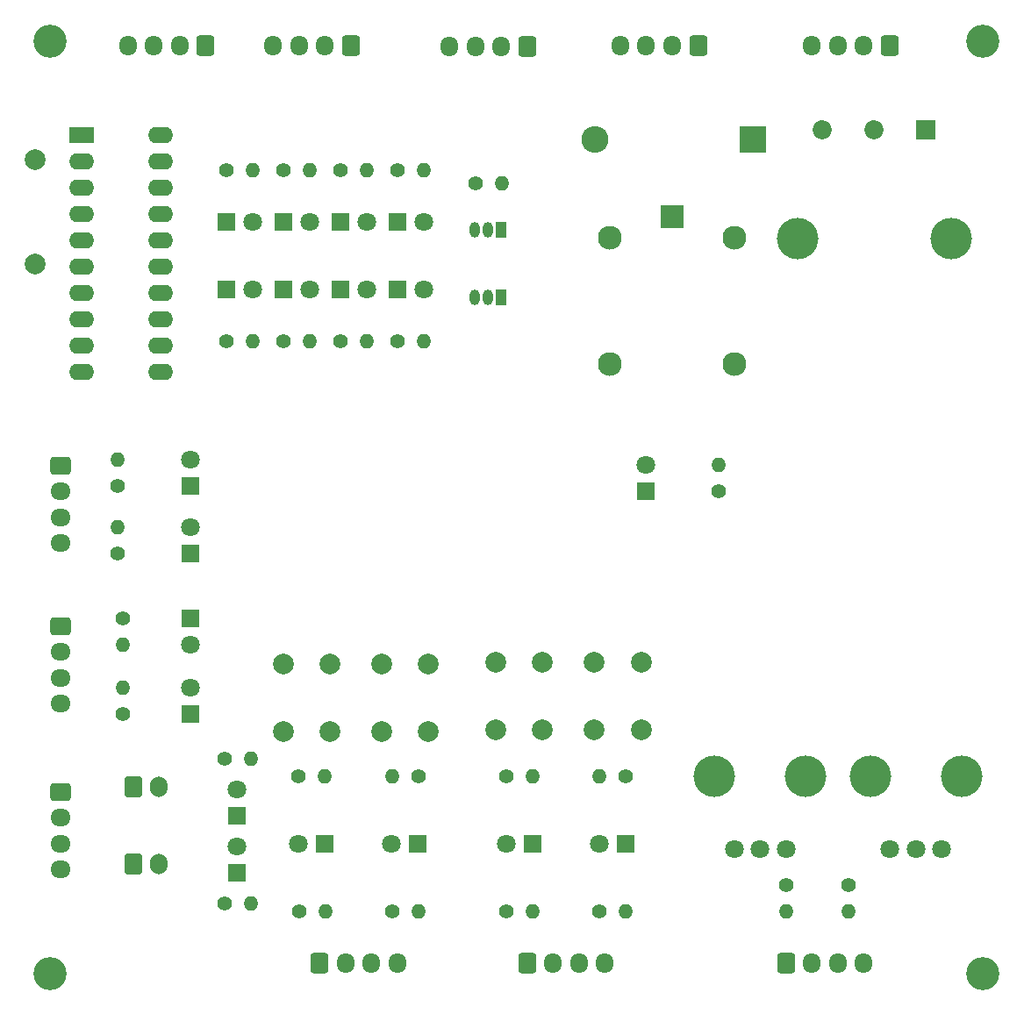
<source format=gts>
G04 #@! TF.GenerationSoftware,KiCad,Pcbnew,(6.0.1)*
G04 #@! TF.CreationDate,2023-03-10T14:23:20+00:00*
G04 #@! TF.ProjectId,training_board_v02,74726169-6e69-46e6-975f-626f6172645f,rev?*
G04 #@! TF.SameCoordinates,Original*
G04 #@! TF.FileFunction,Soldermask,Top*
G04 #@! TF.FilePolarity,Negative*
%FSLAX46Y46*%
G04 Gerber Fmt 4.6, Leading zero omitted, Abs format (unit mm)*
G04 Created by KiCad (PCBNEW (6.0.1)) date 2023-03-10 14:23:20*
%MOMM*%
%LPD*%
G01*
G04 APERTURE LIST*
G04 Aperture macros list*
%AMRoundRect*
0 Rectangle with rounded corners*
0 $1 Rounding radius*
0 $2 $3 $4 $5 $6 $7 $8 $9 X,Y pos of 4 corners*
0 Add a 4 corners polygon primitive as box body*
4,1,4,$2,$3,$4,$5,$6,$7,$8,$9,$2,$3,0*
0 Add four circle primitives for the rounded corners*
1,1,$1+$1,$2,$3*
1,1,$1+$1,$4,$5*
1,1,$1+$1,$6,$7*
1,1,$1+$1,$8,$9*
0 Add four rect primitives between the rounded corners*
20,1,$1+$1,$2,$3,$4,$5,0*
20,1,$1+$1,$4,$5,$6,$7,0*
20,1,$1+$1,$6,$7,$8,$9,0*
20,1,$1+$1,$8,$9,$2,$3,0*%
G04 Aperture macros list end*
%ADD10R,1.800000X1.800000*%
%ADD11C,1.800000*%
%ADD12RoundRect,0.250000X-0.600000X-0.725000X0.600000X-0.725000X0.600000X0.725000X-0.600000X0.725000X0*%
%ADD13O,1.700000X1.950000*%
%ADD14RoundRect,0.250000X-0.725000X0.600000X-0.725000X-0.600000X0.725000X-0.600000X0.725000X0.600000X0*%
%ADD15O,1.950000X1.700000*%
%ADD16C,1.400000*%
%ADD17O,1.400000X1.400000*%
%ADD18C,4.000000*%
%ADD19C,2.000000*%
%ADD20R,1.000000X1.500000*%
%ADD21O,1.000000X1.500000*%
%ADD22RoundRect,0.250000X0.600000X0.725000X-0.600000X0.725000X-0.600000X-0.725000X0.600000X-0.725000X0*%
%ADD23R,2.300000X2.300000*%
%ADD24C,2.300000*%
%ADD25R,2.400000X1.600000*%
%ADD26O,2.400000X1.600000*%
%ADD27R,2.600000X2.600000*%
%ADD28O,2.600000X2.600000*%
%ADD29RoundRect,0.250000X-0.600000X-0.750000X0.600000X-0.750000X0.600000X0.750000X-0.600000X0.750000X0*%
%ADD30O,1.700000X2.000000*%
%ADD31C,3.200000*%
%ADD32R,1.850000X1.850000*%
%ADD33C,1.850000*%
G04 APERTURE END LIST*
D10*
X98000000Y-103000000D03*
D11*
X95460000Y-103000000D03*
D10*
X77960000Y-103000000D03*
D11*
X75420000Y-103000000D03*
D10*
X56000000Y-90500000D03*
D11*
X56000000Y-87960000D03*
D10*
X56000000Y-68500000D03*
D11*
X56000000Y-65960000D03*
D10*
X56000000Y-75000000D03*
D11*
X56000000Y-72460000D03*
D10*
X69000000Y-103000000D03*
D11*
X66460000Y-103000000D03*
D10*
X59500000Y-43000000D03*
D11*
X62040000Y-43000000D03*
D10*
X65000000Y-43000000D03*
D11*
X67540000Y-43000000D03*
D10*
X70500000Y-43000000D03*
D11*
X73040000Y-43000000D03*
D10*
X76000000Y-43000000D03*
D11*
X78540000Y-43000000D03*
D10*
X60500000Y-100275000D03*
D11*
X60500000Y-97735000D03*
D10*
X60500000Y-105775000D03*
D11*
X60500000Y-103235000D03*
D10*
X59500000Y-49500000D03*
D11*
X62040000Y-49500000D03*
D10*
X65000000Y-49500000D03*
D11*
X67540000Y-49500000D03*
D10*
X70500000Y-49500000D03*
D11*
X73040000Y-49500000D03*
D10*
X76000000Y-49500000D03*
D11*
X78540000Y-49500000D03*
D12*
X88500000Y-114500000D03*
D13*
X91000000Y-114500000D03*
X93500000Y-114500000D03*
X96000000Y-114500000D03*
D12*
X68500000Y-114500000D03*
D13*
X71000000Y-114500000D03*
X73500000Y-114500000D03*
X76000000Y-114500000D03*
D14*
X43500000Y-82000000D03*
D15*
X43500000Y-84500000D03*
X43500000Y-87000000D03*
X43500000Y-89500000D03*
D14*
X43500000Y-66500000D03*
D15*
X43500000Y-69000000D03*
X43500000Y-71500000D03*
X43500000Y-74000000D03*
D12*
X113500000Y-114500000D03*
D13*
X116000000Y-114500000D03*
X118500000Y-114500000D03*
X121000000Y-114500000D03*
D16*
X98040000Y-96500000D03*
D17*
X95500000Y-96500000D03*
D16*
X86500000Y-96500000D03*
D17*
X89040000Y-96500000D03*
D16*
X78000000Y-96500000D03*
D17*
X75460000Y-96500000D03*
D16*
X49500000Y-81280000D03*
D17*
X49500000Y-83820000D03*
D16*
X49500000Y-90500000D03*
D17*
X49500000Y-87960000D03*
D16*
X49000000Y-68500000D03*
D17*
X49000000Y-65960000D03*
D16*
X49000000Y-75000000D03*
D17*
X49000000Y-72460000D03*
D16*
X95500000Y-109500000D03*
D17*
X98040000Y-109500000D03*
D16*
X75460000Y-109500000D03*
D17*
X78000000Y-109500000D03*
D16*
X66500000Y-109500000D03*
D17*
X69040000Y-109500000D03*
D16*
X66460000Y-96500000D03*
D17*
X69000000Y-96500000D03*
D16*
X86500000Y-109500000D03*
D17*
X89040000Y-109500000D03*
D16*
X59500000Y-38000000D03*
D17*
X62040000Y-38000000D03*
D16*
X65000000Y-38000000D03*
D17*
X67540000Y-38000000D03*
D16*
X70500000Y-38000000D03*
D17*
X73040000Y-38000000D03*
D16*
X76000000Y-38000000D03*
D17*
X78540000Y-38000000D03*
D16*
X113500000Y-107000000D03*
D17*
X113500000Y-109540000D03*
D16*
X83500000Y-39262500D03*
D17*
X86040000Y-39262500D03*
D16*
X107000000Y-69000000D03*
D17*
X107000000Y-66460000D03*
D16*
X59280000Y-108775000D03*
D17*
X61820000Y-108775000D03*
D16*
X59525000Y-54500000D03*
D17*
X62065000Y-54500000D03*
D16*
X65000000Y-54500000D03*
D17*
X67540000Y-54500000D03*
D16*
X70500000Y-54500000D03*
D17*
X73040000Y-54500000D03*
D16*
X76000000Y-54500000D03*
D17*
X78540000Y-54500000D03*
D18*
X106600000Y-96500000D03*
X115400000Y-96500000D03*
D11*
X113500000Y-103500000D03*
X111000000Y-103500000D03*
X108500000Y-103500000D03*
D19*
X95000000Y-92000000D03*
X95000000Y-85500000D03*
X99500000Y-85500000D03*
X99500000Y-92000000D03*
X85500000Y-85500000D03*
X85500000Y-92000000D03*
X90000000Y-92000000D03*
X90000000Y-85500000D03*
X74500000Y-85646000D03*
X74500000Y-92146000D03*
X79000000Y-92146000D03*
X79000000Y-85646000D03*
X65000000Y-92146000D03*
X65000000Y-85646000D03*
X69500000Y-92146000D03*
X69500000Y-85646000D03*
D20*
X86000000Y-43762500D03*
D21*
X84730000Y-43762500D03*
X83460000Y-43762500D03*
D20*
X86000000Y-50262500D03*
D21*
X84730000Y-50262500D03*
X83460000Y-50262500D03*
D22*
X88500000Y-26025000D03*
D13*
X86000000Y-26025000D03*
X83500000Y-26025000D03*
X81000000Y-26025000D03*
D10*
X89000000Y-103000000D03*
D11*
X86460000Y-103000000D03*
D10*
X100000000Y-68960000D03*
D11*
X100000000Y-66420000D03*
D22*
X57500000Y-25979000D03*
D13*
X55000000Y-25979000D03*
X52500000Y-25979000D03*
X50000000Y-25979000D03*
D22*
X71500000Y-25979000D03*
D13*
X69000000Y-25979000D03*
X66500000Y-25979000D03*
X64000000Y-25979000D03*
D22*
X105000000Y-26000000D03*
D13*
X102500000Y-26000000D03*
X100000000Y-26000000D03*
X97500000Y-26000000D03*
D16*
X59280000Y-94775000D03*
D17*
X61820000Y-94775000D03*
D23*
X102500000Y-42500000D03*
D24*
X96500000Y-44500000D03*
X96500000Y-56700000D03*
X108500000Y-56700000D03*
X108500000Y-44500000D03*
D25*
X45500000Y-34575000D03*
D26*
X45500000Y-37115000D03*
X45500000Y-39655000D03*
X45500000Y-42195000D03*
X45500000Y-44735000D03*
X45500000Y-47275000D03*
X45500000Y-49815000D03*
X45500000Y-52355000D03*
X45500000Y-54895000D03*
X45500000Y-57435000D03*
X53120000Y-57435000D03*
X53120000Y-54895000D03*
X53120000Y-52355000D03*
X53120000Y-49815000D03*
X53120000Y-47275000D03*
X53120000Y-44735000D03*
X53120000Y-42195000D03*
X53120000Y-39655000D03*
X53120000Y-37115000D03*
X53120000Y-34575000D03*
D14*
X43500000Y-98000000D03*
D15*
X43500000Y-100500000D03*
X43500000Y-103000000D03*
X43500000Y-105500000D03*
D27*
X110255000Y-35000000D03*
D28*
X95015000Y-35000000D03*
D22*
X123500000Y-26000000D03*
D13*
X121000000Y-26000000D03*
X118500000Y-26000000D03*
X116000000Y-26000000D03*
D19*
X41000000Y-47000000D03*
X41000000Y-37000000D03*
D29*
X50500000Y-104975000D03*
D30*
X53000000Y-104975000D03*
D10*
X56000000Y-81225000D03*
D11*
X56000000Y-83765000D03*
D31*
X132500000Y-25500000D03*
X42500000Y-115500000D03*
D18*
X130400000Y-96500000D03*
X121600000Y-96500000D03*
D11*
X128500000Y-103500000D03*
X126000000Y-103500000D03*
X123500000Y-103500000D03*
D31*
X132500000Y-115500000D03*
X42500000Y-25500000D03*
D29*
X50500000Y-97500000D03*
D30*
X53000000Y-97500000D03*
D18*
X114600000Y-44599999D03*
X129400000Y-44599999D03*
D32*
X127000000Y-34099999D03*
D33*
X122000000Y-34099999D03*
X117000000Y-34099999D03*
D16*
X119500000Y-107000000D03*
D17*
X119500000Y-109540000D03*
M02*

</source>
